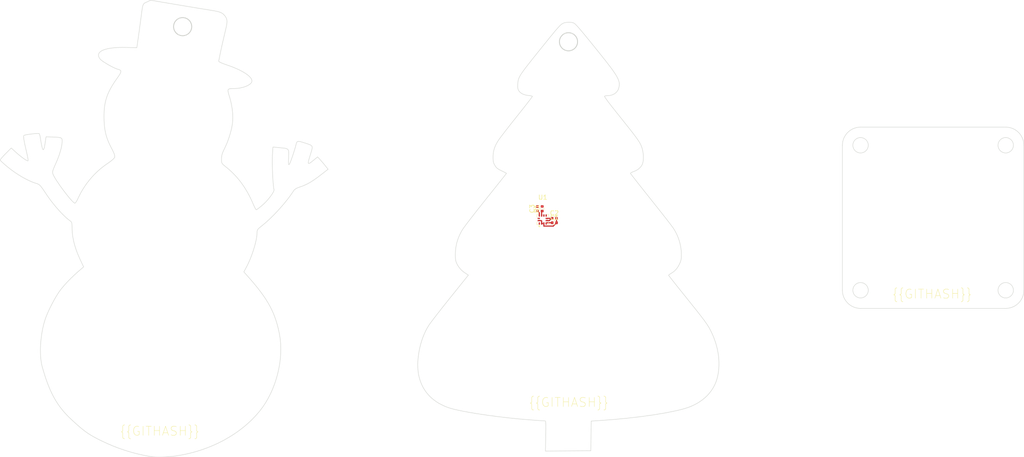
<source format=kicad_pcb>
(kicad_pcb (version 20221018) (generator pcbnew)
  (layers (0 "F.Cu" signal) (31 "B.Cu" signal) (34 "B.Paste" user) (35 "F.Paste" user) (36 "B.SilkS" user "B.Silkscreen") (37 "F.SilkS" user "F.Silkscreen") (38 "B.Mask" user) (39 "F.Mask" user) (44 "Edge.Cuts" user))
  (net 0 "")
  (net 1 "miso")
  (net 2 "gnd")
  (net 3 "mosi")
  (net 4 "vcc")
  (net 5 "drdy")
  (net 6 "int")
  (net 7 "c1")
  (net 8 "sck")
  (footprint "lib:C0402" (layer "F.Cu") (at 158.119834 98.890297)
    (fp_text reference "C1" (at 0 -1.16) (layer "F.SilkS"))
    (fp_text value "Multilayer Ceramic Capacitors MLCC - SMD/SMT 100nF 10V 0402 RoHS")
    (fp_line (start -0.107836 -0.36) (end 0.107836 -0.36) (stroke (width 0.12)) (layer "F.SilkS"))
    (fp_line (start -0.107836 0.36) (end 0.107836 0.36) (stroke (width 0.12)) (layer "F.SilkS"))
    (pad "1" smd roundrect (at -0.48 0) (size 0.56 0.62) (layers "F.Cu" "F.Paste" "F.Mask") (net 7 "c1"))
    (pad "2" smd roundrect (at 0.48 0) (size 0.56 0.62) (layers "F.Cu" "F.Paste" "F.Mask") (net 2 "gnd"))
  )
  (footprint "lib:C0402" (layer "F.Cu") (at 154.374943 95.790494 90)
    (fp_text reference "C3" (at 0 -1.16 90) (layer "F.SilkS"))
    (fp_text value "Multilayer Ceramic Capacitors MLCC - SMD/SMT 100nF 10V 0402 RoHS")
    (fp_line (start -0.107836 -0.36) (end 0.107836 -0.36) (stroke (width 0.12)) (layer "F.SilkS"))
    (fp_line (start -0.107836 0.36) (end 0.107836 0.36) (stroke (width 0.12)) (layer "F.SilkS"))
    (pad "1" smd roundrect (at -0.48 0 90) (size 0.56 0.62) (layers "F.Cu" "F.Paste" "F.Mask") (net 4 "vcc"))
    (pad "2" smd roundrect (at 0.48 0 90) (size 0.56 0.62) (layers "F.Cu" "F.Paste" "F.Mask") (net 2 "gnd"))
  )
  (footprint "lib:LGA-12_L2.0-W2.0-P0.50-BL" (layer "F.Cu") (at 155.555 98.175)
    (fp_text reference "U1" (at 0 -4.88) (layer "F.SilkS"))
    (fp_text value "")
    (fp_line (start -1.27 -1.14) (end -1.27 -0.51) (stroke (width 0.1)) (layer "F.SilkS"))
    (fp_line (start -1.27 0.51) (end -1.27 1.14) (stroke (width 0.1)) (layer "F.SilkS"))
    (fp_line (start -1.27 1.14) (end -1.04 1.14) (stroke (width 0.1)) (layer "F.SilkS"))
    (fp_line (start -1.01 -1.14) (end -1.27 -1.14) (stroke (width 0.1)) (layer "F.SilkS"))
    (fp_line (start 1.02 -1.14) (end 1.27 -1.14) (stroke (width 0.1)) (layer "F.SilkS"))
    (fp_line (start 1.27 -1.14) (end 1.27 -0.51) (stroke (width 0.1)) (layer "F.SilkS"))
    (fp_line (start 1.27 0.51) (end 1.27 1.14) (stroke (width 0.1)) (layer "F.SilkS"))
    (fp_line (start 1.27 1.14) (end 1.02 1.14) (stroke (width 0.1)) (layer "F.SilkS"))
    (fp_circle (center -0.75 1.46) (end -0.68 1.46) (stroke (width 0.15)) (fill none) (layer "F.SilkS"))
    (pad "1" smd rect (at -0.75 0.88) (size 0.28 0.5) (layers "F.Cu" "F.Paste" "F.Mask") (net 8 "sck"))
    (pad "2" smd rect (at -0.25 0.88) (size 0.28 0.5) (layers "F.Cu" "F.Paste" "F.Mask") (net 2 "gnd"))
    (pad "3" smd rect (at 0.25 0.88) (size 0.28 0.5) (layers "F.Cu" "F.Paste" "F.Mask") (net 2 "gnd"))
    (pad "4" smd rect (at 0.75 0.88) (size 0.28 0.5) (layers "F.Cu" "F.Paste" "F.Mask") (net 7 "c1"))
    (pad "5" smd rect (at 0.88 0.25) (size 0.5 0.28) (layers "F.Cu" "F.Paste" "F.Mask") (net 4 "vcc"))
    (pad "6" smd rect (at 0.88 -0.25) (size 0.5 0.28) (layers "F.Cu" "F.Paste" "F.Mask") (net 4 "vcc"))
    (pad "7" smd rect (at 0.75 -0.88) (size 0.28 0.5) (layers "F.Cu" "F.Paste" "F.Mask") (net 6 "int"))
    (pad "8" smd rect (at 0.25 -0.88) (size 0.28 0.5) (layers "F.Cu" "F.Paste" "F.Mask") (net 5 "drdy"))
    (pad "9" smd rect (at -0.25 -0.88) (size 0.28 0.5) (layers "F.Cu" "F.Paste" "F.Mask") (net 1 "miso"))
    (pad "10" smd rect (at -0.75 -0.88) (size 0.28 0.5) (layers "F.Cu" "F.Paste" "F.Mask") (net 4 "vcc"))
    (pad "11" smd rect (at -0.88 -0.25) (size 0.5 0.28) (layers "F.Cu" "F.Paste" "F.Mask") (net 3 "mosi"))
    (pad "12" smd rect (at -0.88 0.25) (size 0.5 0.28) (layers "F.Cu" "F.Paste" "F.Mask") (net 2 "gnd"))
  )
  (footprint "lib:C0402" (layer "F.Cu") (at 158.109735 97.910714)
    (fp_text reference "C2" (at 0 -1.16) (layer "F.SilkS"))
    (fp_text value "Multilayer Ceramic Capacitors MLCC - SMD/SMT 1uF 6.3V 0402 RoHS")
    (fp_line (start -0.107836 -0.36) (end 0.107836 -0.36) (stroke (width 0.12)) (layer "F.SilkS"))
    (fp_line (start -0.107836 0.36) (end 0.107836 0.36) (stroke (width 0.12)) (layer "F.SilkS"))
    (pad "1" smd roundrect (at -0.48 0) (size 0.56 0.62) (layers "F.Cu" "F.Paste" "F.Mask") (net 4 "vcc"))
    (pad "2" smd roundrect (at 0.48 0) (size 0.56 0.62) (layers "F.Cu" "F.Paste" "F.Mask") (net 2 "gnd"))
  )
  (footprint "lib:R0402" (layer "F.Cu") (at 155.425503 95.795481 90)
    (fp_text reference "R1" (at 0 -1.17 90) (layer "F.SilkS"))
    (fp_text value "Chip Resistor - Surface Mount 1.1KOhms ±5% 1/16W 0402 RoHS")
    (fp_line (start -0.153641 -0.38) (end 0.153641 -0.38) (stroke (width 0.12)) (layer "F.SilkS"))
    (fp_line (start -0.153641 0.38) (end 0.153641 0.38) (stroke (width 0.12)) (layer "F.SilkS"))
    (pad "1" smd roundrect (at -0.51 0 90) (size 0.54 0.64) (layers "F.Cu" "F.Paste" "F.Mask") (net 1 "miso"))
    (pad "2" smd roundrect (at 0.51 0 90) (size 0.54 0.64) (layers "F.Cu" "F.Paste" "F.Mask") (net 2 "gnd"))
  )
  (gr_circle (center 225.62 81.79) (end 227.32 81.79) (stroke (width 0.1)) (fill none) (layer "Edge.Cuts"))
  (gr_circle (center 257.62 113.79) (end 259.32 113.79) (stroke (width 0.1)) (fill none) (layer "Edge.Cuts"))
  (gr_circle (center 257.62 81.79) (end 259.32 81.79) (stroke (width 0.1)) (fill none) (layer "Edge.Cuts"))
  (gr_poly (pts (xy 75.142222 50.797022) (xy 79.756606 51.568267) (xy 82.366969 51.99203) (xy 83.019066 52.095762) (xy 83.303876 52.146979) (xy 83.563537 52.198618) (xy 83.799806 52.251323) (xy 84.01444 52.305736) (xy 84.209196 52.362498) (xy 84.385831 52.422252) (xy 84.546102 52.485641) (xy 84.691766 52.553306) (xy 84.824581 52.62589) (xy 84.946303 52.704035) (xy 85.05869 52.788383) (xy 85.163499 52.879577) (xy 85.262486 52.978258) (xy 85.357409 53.08507) (xy 85.479286 53.234958) (xy 85.586233 53.378736) (xy 85.634185 53.44915) (xy 85.678498 53.519015) (xy 85.719202 53.588656) (xy 85.75633 53.658402) (xy 85.789911 53.728576) (xy 85.819976 53.799506) (xy 85.846558 53.871517) (xy 85.869686 53.944936) (xy 85.889392 54.020089) (xy 85.905707 54.097301) (xy 85.918662 54.176899) (xy 85.928287 54.259209) (xy 85.934615 54.344557) (xy 85.937675 54.433269) (xy 85.937499 54.525672) (xy 85.934119 54.62209) (xy 85.927564 54.722851) (xy 85.917866 54.82828) (xy 85.889166 55.054449) (xy 85.848266 55.303204) (xy 85.795414 55.577155) (xy 85.730859 55.878909) (xy 85.654849 56.211077) (xy 84.878546 59.55341) (xy 84.657875 60.550977) (xy 84.450892 61.532488) (xy 84.331406 62.116419) (xy 84.229648 62.629765) (xy 84.15639 63.017063) (xy 84.122409 63.222849) (xy 84.123062 63.236814) (xy 84.127967 63.251873) (xy 84.137065 63.268001) (xy 84.150302 63.285171) (xy 84.167619 63.303357) (xy 84.188962 63.322534) (xy 84.214273 63.342674) (xy 84.243497 63.363751) (xy 84.313454 63.408613) (xy 84.398381 63.456909) (xy 84.497828 63.50843) (xy 84.611342 63.562966) (xy 84.738473 63.620306) (xy 84.878767 63.680241) (xy 85.031775 63.742561) (xy 85.197043 63.807056) (xy 85.374121 63.873515) (xy 85.562558 63.94173) (xy 85.7619 64.011489) (xy 85.971698 64.082583) (xy 86.585981 64.296029) (xy 87.172975 64.516947) (xy 87.730729 64.744054) (xy 88.257293 64.976069) (xy 88.75072 65.211708) (xy 89.209058 65.449689) (xy 89.63036 65.68873) (xy 90.012676 65.927548) (xy 90.354056 66.16486) (xy 90.652552 66.399385) (xy 90.906214 66.629839) (xy 91.113092 66.85494) (xy 91.271238 67.073405) (xy 91.378702 67.283953) (xy 91.412819 67.385857) (xy 91.433535 67.485301) (xy 91.440605 67.582123) (xy 91.433787 67.676165) (xy 91.41712 67.753004) (xy 91.390362 67.829368) (xy 91.35383 67.905131) (xy 91.307839 67.980165) (xy 91.252707 68.054343) (xy 91.188749 68.12754) (xy 91.116281 68.199626) (xy 91.03562 68.270477) (xy 90.947082 68.339964) (xy 90.850984 68.407961) (xy 90.747641 68.47434) (xy 90.637371 68.538975) (xy 90.520488 68.601739) (xy 90.39731 68.662505) (xy 90.268153 68.721145) (xy 90.133332 68.777534) (xy 89.993165 68.831543) (xy 89.847967 68.883047) (xy 89.543745 68.978027) (xy 89.223197 69.06146) (xy 88.888852 69.132329) (xy 88.54324 69.189618) (xy 88.188892 69.232313) (xy 88.009232 69.24787) (xy 87.828337 69.259397) (xy 87.646523 69.266767) (xy 87.464106 69.269854) (xy 87.202959 69.272042) (xy 86.97453 69.277492) (xy 86.777472 69.288473) (xy 86.690288 69.296746) (xy 86.610443 69.307253) (xy 86.537768 69.320276) (xy 86.472096 69.3361) (xy 86.413258 69.355009) (xy 86.361087 69.377285) (xy 86.315414 69.403211) (xy 86.276071 69.433073) (xy 86.24289 69.467154) (xy 86.215703 69.505736) (xy 86.194342 69.549103) (xy 86.178638 69.59754) (xy 86.168424 69.65133) (xy 86.163532 69.710755) (xy 86.163793 69.776101) (xy 86.169039 69.847649) (xy 86.179102 69.925685) (xy 86.193814 70.010491) (xy 86.236514 70.20155) (xy 86.295792 70.423093) (xy 86.370304 70.677389) (xy 86.458705 70.966708) (xy 86.582128 71.384478) (xy 86.694998 71.803093) (xy 86.797211 72.221567) (xy 86.888665 72.638919) (xy 86.969257 73.054166) (xy 87.038885 73.466323) (xy 87.097447 73.874409) (xy 87.144838 74.277439) (xy 87.180958 74.674432) (xy 87.205702 75.064404) (xy 87.21897 75.446371) (xy 87.220657 75.819352) (xy 87.210662 76.182361) (xy 87.188881 76.534418) (xy 87.155212 76.874538) (xy 87.109553 77.201739) (xy 86.986123 77.871628) (xy 86.830027 78.558912) (xy 86.643845 79.255662) (xy 86.430157 79.953949) (xy 86.19154 80.645848) (xy 85.930575 81.323429) (xy 85.649841 81.978766) (xy 85.351916 82.60393) (xy 85.189192 82.938586) (xy 85.118752 83.093315) (xy 85.055229 83.240939) (xy 84.998352 83.382431) (xy 84.947849 83.518761) (xy 84.903447 83.650903) (xy 84.864875 83.779828) (xy 84.831859 83.906506) (xy 84.804129 84.031911) (xy 84.781412 84.157013) (xy 84.763435 84.282785) (xy 84.749927 84.410197) (xy 84.740615 84.540223) (xy 84.735228 84.673833) (xy 84.733493 84.811999) (xy 84.736223 85.129082) (xy 84.741369 85.261496) (xy 84.750575 85.379459) (xy 84.764997 85.485194) (xy 84.774524 85.534172) (xy 84.785789 85.580928) (xy 84.798934 85.625739) (xy 84.814106 85.668884) (xy 84.831447 85.710641) (xy 84.851104 85.751288) (xy 84.873219 85.791103) (xy 84.897937 85.830364) (xy 84.925403 85.869349) (xy 84.955761 85.908337) (xy 84.989155 85.947605) (xy 85.02573 85.987432) (xy 85.109 86.069873) (xy 85.206725 86.157886) (xy 85.320061 86.253696) (xy 85.598185 86.477602) (xy 86.096863 86.886277) (xy 86.577755 87.306529) (xy 87.04138 87.739064) (xy 87.488258 88.184586) (xy 87.918909 88.6438) (xy 88.333852 89.117412) (xy 88.733607 89.606125) (xy 89.118694 90.110646) (xy 89.489632 90.631678) (xy 89.846941 91.169927) (xy 90.19114 91.726098) (xy 90.52275 92.300895) (xy 90.84229 92.895024) (xy 91.150279 93.509189) (xy 91.447237 94.144095) (xy 91.733683 94.800448) (xy 91.84059 95.047283) (xy 91.945802 95.277558) (xy 92.046625 95.486234) (xy 92.140364 95.668271) (xy 92.224324 95.818627) (xy 92.295813 95.932265) (xy 92.326039 95.973739) (xy 92.352136 96.004143) (xy 92.373767 96.022848) (xy 92.382804 96.027616) (xy 92.390597 96.029223) (xy 92.399173 96.028006) (xy 92.410522 96.024397) (xy 92.441219 96.010237) (xy 92.482045 95.987221) (xy 92.53236 95.955824) (xy 92.591521 95.916524) (xy 92.658887 95.869798) (xy 92.815666 95.755976) (xy 92.997564 95.618173) (xy 93.199447 95.460204) (xy 93.416182 95.285885) (xy 93.642634 95.099032) (xy 93.891007 94.882848) (xy 94.141366 94.648628) (xy 94.390948 94.400061) (xy 94.636991 94.140836) (xy 94.87673 93.874641) (xy 95.107403 93.605164) (xy 95.326247 93.336095) (xy 95.530498 93.071122) (xy 95.717394 92.813933) (xy 95.884171 92.568218) (xy 96.028066 92.337665) (xy 96.146316 92.125962) (xy 96.236159 91.936798) (xy 96.294829 91.773863) (xy 96.311612 91.703383) (xy 96.319566 91.640844) (xy 96.318345 91.586706) (xy 96.307605 91.54143) (xy 96.264441 91.378418) (xy 96.221593 91.121805) (xy 96.138989 90.373142) (xy 96.064068 89.386161) (xy 96.001109 88.251583) (xy 95.954389 87.060129) (xy 95.928186 85.902519) (xy 95.926777 84.869474) (xy 95.95444 84.051714) (xy 96.07471 82.177477) (xy 97.36716 82.304781) (xy 98.13507 82.379263) (xy 98.441266 82.413109) (xy 98.700599 82.449744) (xy 98.916803 82.492956) (xy 99.009898 82.518212) (xy 99.09361 82.546534) (xy 99.168406 82.578395) (xy 99.234753 82.614268) (xy 99.293117 82.654627) (xy 99.343964 82.699946) (xy 99.387763 82.750698) (xy 99.424978 82.807357) (xy 99.456076 82.870396) (xy 99.481525 82.94029) (xy 99.501791 83.017511) (xy 99.51734 83.102533) (xy 99.536155 83.297877) (xy 99.541702 83.530109) (xy 99.537716 83.803018) (xy 99.51607 84.486025) (xy 99.501811 85.019341) (xy 99.495778 85.429631) (xy 99.49953 85.727933) (xy 99.505563 85.838537) (xy 99.514626 85.925284) (xy 99.526915 85.989553) (xy 99.542625 86.032723) (xy 99.551823 86.046828) (xy 99.56195 86.056175) (xy 99.573029 86.060938) (xy 99.585085 86.061289) (xy 99.612224 86.049443) (xy 99.643564 86.022019) (xy 99.679299 85.980395) (xy 99.719623 85.925951) (xy 99.770963 85.835961) (xy 99.83738 85.6921) (xy 100.00736 85.267042) (xy 100.213404 84.699332) (xy 100.439353 84.037526) (xy 100.669049 83.330178) (xy 100.886332 82.625845) (xy 101.075044 81.973082) (xy 101.219027 81.420443) (xy 101.232451 81.367288) (xy 101.246658 81.317349) (xy 101.261814 81.270604) (xy 101.278084 81.227032) (xy 101.295634 81.186611) (xy 101.314631 81.149321) (xy 101.33524 81.115138) (xy 101.357628 81.084043) (xy 101.381959 81.056013) (xy 101.4084 81.031027) (xy 101.437117 81.009064) (xy 101.468275 80.990102) (xy 101.502041 80.974119) (xy 101.538581 80.961095) (xy 101.578059 80.951007) (xy 101.620643 80.943835) (xy 101.666497 80.939556) (xy 101.715788 80.938149) (xy 101.768682 80.939594) (xy 101.825345 80.943867) (xy 101.885942 80.950949) (xy 101.950639 80.960817) (xy 102.019603 80.97345) (xy 102.092998 80.988826) (xy 102.170992 81.006924) (xy 102.253749 81.027723) (xy 102.434219 81.077337) (xy 102.635734 81.137495) (xy 102.859622 81.208025) (xy 103.581471 81.438726) (xy 103.868146 81.535185) (xy 104.108644 81.625316) (xy 104.212356 81.669476) (xy 104.305459 81.713816) (xy 104.388264 81.758923) (xy 104.461082 81.805384) (xy 104.524226 81.853787) (xy 104.578006 81.904719) (xy 104.622735 81.958768) (xy 104.658725 82.01652) (xy 104.686285 82.078563) (xy 104.705729 82.145484) (xy 104.717368 82.217871) (xy 104.721513 82.296311) (xy 104.718476 82.381392) (xy 104.708568 82.4737) (xy 104.692102 82.573823) (xy 104.669388 82.682348) (xy 104.606464 82.926954) (xy 104.522289 83.212218) (xy 104.300158 83.92351) (xy 104.076968 84.658354) (xy 103.993442 84.95378) (xy 103.929762 85.203046) (xy 103.886777 85.407528) (xy 103.865337 85.568604) (xy 103.862962 85.633296) (xy 103.866292 85.687652) (xy 103.875434 85.731846) (xy 103.890492 85.766049) (xy 103.911574 85.790433) (xy 103.938786 85.805172) (xy 103.972234 85.810436) (xy 104.012025 85.806398) (xy 104.058263 85.79323) (xy 104.111056 85.771105) (xy 104.236732 85.700671) (xy 104.3899 85.596472) (xy 104.571411 85.459887) (xy 105.02286 85.095065) (xy 105.918216 84.355181) (xy 106.388476 84.86751) (xy 106.496975 84.987739) (xy 106.625318 85.133369) (xy 106.92254 85.478508) (xy 107.242155 85.858286) (xy 107.546176 86.22806) (xy 108.2336 87.076296) (xy 106.72333 88.254687) (xy 106.031007 88.783192) (xy 105.392025 89.245391) (xy 105.089314 89.453516) (xy 104.796071 89.647331) (xy 104.511007 89.827593) (xy 104.232833 89.995056) (xy 103.960259 90.150478) (xy 103.691998 90.294613) (xy 103.426759 90.428217) (xy 103.163254 90.552046) (xy 102.900193 90.666855) (xy 102.636288 90.773401) (xy 102.370249 90.872439) (xy 102.100787 90.964724) (xy 101.955978 91.013649) (xy 101.818902 91.062832) (xy 101.689432 91.112348) (xy 101.567439 91.162273) (xy 101.452795 91.212683) (xy 101.345371 91.263651) (xy 101.245039 91.315254) (xy 101.151671 91.367567) (xy 101.065138 91.420665) (xy 100.985313 91.474624) (xy 100.912065 91.529517) (xy 100.845269 91.585421) (xy 100.784794 91.642412) (xy 100.730512 91.700563) (xy 100.682296 91.759951) (xy 100.640017 91.82065) (xy 100.313962 92.312951) (xy 99.958065 92.82026) (xy 99.575318 93.339289) (xy 99.168711 93.866747) (xy 98.741234 94.399346) (xy 98.295878 94.933795) (xy 97.835635 95.466804) (xy 97.363494 95.995083) (xy 96.882446 96.515343) (xy 96.395482 97.024295) (xy 95.905593 97.518647) (xy 95.415769 97.995111) (xy 94.929002 98.450396) (xy 94.44828 98.881213) (xy 93.976596 99.284272) (xy 93.51694 99.656283) (xy 93.364132 99.777198) (xy 93.228349 99.887118) (xy 93.108601 99.987555) (xy 93.003899 100.080022) (xy 92.913256 100.166032) (xy 92.835682 100.247098) (xy 92.770188 100.324733) (xy 92.741662 100.362737) (xy 92.715786 100.40045) (xy 92.692435 100.438062) (xy 92.671487 100.475762) (xy 92.652817 100.513738) (xy 92.636302 100.552181) (xy 92.621819 100.591279) (xy 92.609244 100.631221) (xy 92.589322 100.714395) (xy 92.575548 100.803215) (xy 92.566934 100.899195) (xy 92.56249 101.003847) (xy 92.561229 101.118685) (xy 92.548214 101.459191) (xy 92.510172 101.840399) (xy 92.448603 102.257479) (xy 92.365007 102.705605) (xy 92.260885 103.179948) (xy 92.137739 103.675679) (xy 91.997068 104.187971) (xy 91.840373 104.711996) (xy 91.669155 105.242926) (xy 91.484915 105.775933) (xy 91.289154 106.306188) (xy 91.083372 106.828864) (xy 90.86907 107.339132) (xy 90.647749 107.832164) (xy 90.420909 108.303133) (xy 90.190051 108.74721) (xy 89.658061 109.729433) (xy 90.799319 111.025652) (xy 91.552256 111.894452) (xy 92.247519 112.726345) (xy 92.887901 113.52649) (xy 93.476195 114.300047) (xy 94.015193 115.052178) (xy 94.507688 115.788042) (xy 94.956473 116.5128) (xy 95.364341 117.231612) (xy 95.734083 117.949638) (xy 96.068493 118.672038) (xy 96.370364 119.403974) (xy 96.642488 120.150605) (xy 96.887657 120.917091) (xy 97.108665 121.708593) (xy 97.308304 122.530271) (xy 97.489367 123.387286) (xy 97.659586 124.435519) (xy 97.764545 125.512723) (xy 97.805707 126.613102) (xy 97.784533 127.73086) (xy 97.702485 128.860202) (xy 97.561026 129.995332) (xy 97.361618 131.130454) (xy 97.105722 132.259774) (xy 96.794801 133.377494) (xy 96.430316 134.47782) (xy 96.01373 135.554956) (xy 95.546505 136.603107) (xy 95.030102 137.616476) (xy 94.465984 138.589268) (xy 93.855613 139.515689) (xy 93.20045 140.389941) (xy 92.386005 141.350273) (xy 91.510226 142.273552) (xy 90.576227 143.158109) (xy 89.587122 144.002278) (xy 88.546024 144.80439) (xy 87.456048 145.562779) (xy 86.320308 146.275777) (xy 85.141916 146.941716) (xy 83.923988 147.558929) (xy 82.669636 148.125749) (xy 81.381976 148.640508) (xy 80.06412 149.101539) (xy 78.719182 149.507174) (xy 77.350277 149.855747) (xy 75.960518 150.145589) (xy 74.553019 150.375033) (xy 73.862872 150.459306) (xy 73.131633 150.525975) (xy 72.383923 150.574372) (xy 71.644361 150.603827) (xy 70.93757 150.613671) (xy 70.288169 150.603235) (xy 69.720779 150.57185) (xy 69.475532 150.548093) (xy 69.26002 150.518847) (xy 69.260051 150.518832) (xy 67.831835 150.262486) (xy 66.416949 149.953785) (xy 65.016193 149.592984) (xy 63.630368 149.180338) (xy 62.260274 148.716103) (xy 60.90671 148.200532) (xy 59.570477 147.633881) (xy 58.252375 147.016405) (xy 57.283074 146.528505) (xy 56.847829 146.298277) (xy 56.438641 146.072324) (xy 56.050351 145.846994) (xy 55.6778 145.618633) (xy 55.315827 145.383588) (xy 54.959273 145.138205) (xy 54.602979 144.87883) (xy 54.241783 144.601811) (xy 53.870528 144.303492) (xy 53.484054 143.980222) (xy 52.644807 143.244211) (xy 51.682765 142.36455) (xy 51.097036 141.804159) (xy 50.54538 141.238954) (xy 50.025658 140.665073) (xy 49.535731 140.078649) (xy 49.07346 139.475819) (xy 48.636705 138.852719) (xy 48.223328 138.205483) (xy 47.831189 137.530249) (xy 47.458149 136.823151) (xy 47.10207 136.080325) (xy 46.760812 135.297907) (xy 46.432236 134.472032) (xy 46.114202 133.598836) (xy 45.804573 132.674455) (xy 45.501208 131.695024) (xy 45.201968 130.656679) (xy 45.078569 130.147371) (xy 44.978794 129.594224) (xy 44.90231 129.00242) (xy 44.848785 128.377144) (xy 44.817886 127.723579) (xy 44.809281 127.046907) (xy 44.822637 126.352311) (xy 44.857621 125.644974) (xy 44.913901 124.93008) (xy 44.991145 124.212811) (xy 45.089019 123.498351) (xy 45.207191 122.791883) (xy 45.345328 122.098589) (xy 45.503099 121.423652) (xy 45.68017 120.772256) (xy 45.876208 120.149584) (xy 46.005143 119.787909) (xy 46.154924 119.401263) (xy 46.508073 118.570286) (xy 46.917749 117.69111) (xy 47.366047 116.79819) (xy 47.83506 115.92598) (xy 48.306883 115.108937) (xy 48.76361 114.381515) (xy 48.980717 114.062179) (xy 49.187335 113.77817) (xy 49.387433 113.519297) (xy 49.599256 113.255538) (xy 50.056372 112.715109) (xy 50.555279 112.160374) (xy 51.092575 111.594824) (xy 51.664855 111.021952) (xy 52.268718 110.445248) (xy 52.900758 109.868205) (xy 53.557574 109.294314) (xy 54.329783 108.634142) (xy 53.616031 107.110232) (xy 53.390001 106.6154) (xy 53.179365 106.128819) (xy 52.984012 105.650049) (xy 52.803829 105.178652) (xy 52.638704 104.71419) (xy 52.488525 104.256224) (xy 52.353181 103.804315) (xy 52.232559 103.358025) (xy 52.126547 102.916915) (xy 52.035034 102.480548) (xy 51.957906 102.048484) (xy 51.895053 101.620284) (xy 51.846363 101.195511) (xy 51.811722 100.773726) (xy 51.79102 100.35449) (xy 51.784144 99.937365) (xy 51.780657 99.620612) (xy 51.776007 99.482669) (xy 51.769161 99.357285) (xy 51.759927 99.243666) (xy 51.748111 99.141014) (xy 51.733519 99.048534) (xy 51.715958 98.96543) (xy 51.695233 98.890904) (xy 51.671153 98.824161) (xy 51.643523 98.764406) (xy 51.612149 98.71084) (xy 51.576839 98.662669) (xy 51.537399 98.619096) (xy 51.493635 98.579325) (xy 51.445353 98.542559) (xy 51.149902 98.324092) (xy 50.839064 98.073347) (xy 50.514896 97.792628) (xy 50.179453 97.484238) (xy 49.834791 97.150482) (xy 49.482966 96.793665) (xy 49.126033 96.41609) (xy 48.766047 96.020062) (xy 48.405065 95.607885) (xy 48.045142 95.181864) (xy 47.688333 94.744302) (xy 47.336694 94.297504) (xy 46.992281 93.843774) (xy 46.657149 93.385417) (xy 46.333354 92.924737) (xy 46.022952 92.464037) (xy 45.611719 91.844971) (xy 45.279782 91.362091) (xy 45.137757 91.165551) (xy 45.008606 90.995655) (xy 44.89001 90.849933) (xy 44.779654 90.725918) (xy 44.675221 90.621143) (xy 44.574392 90.533138) (xy 44.474852 90.459437) (xy 44.374284 90.397571) (xy 44.27037 90.345073) (xy 44.160793 90.299474) (xy 44.043237 90.258307) (xy 43.915385 90.219103) (xy 43.593888 90.117525) (xy 43.255864 89.996009) (xy 42.903268 89.855657) (xy 42.538058 89.697573) (xy 42.162189 89.522858) (xy 41.777618 89.332616) (xy 41.386301 89.127951) (xy 40.990194 88.909964) (xy 40.591254 88.679759) (xy 40.191438 88.438438) (xy 39.792701 88.187105) (xy 39.396999 87.926862) (xy 39.00629 87.658812) (xy 38.622529 87.384058) (xy 38.247673 87.103703) (xy 37.883677 86.81885) (xy 37.49456 86.502783) (xy 37.131548 86.199554) (xy 36.802586 85.916398) (xy 36.515619 85.660548) (xy 36.278593 85.439239) (xy 36.099452 85.259705) (xy 36.034071 85.187865) (xy 35.986141 85.129182) (xy 35.956654 85.08456) (xy 35.946605 85.054903) (xy 35.948192 85.042433) (xy 35.952903 85.026953) (xy 35.971384 84.987332) (xy 36.001425 84.936776) (xy 36.042403 84.876021) (xy 36.093695 84.805804) (xy 36.154681 84.726859) (xy 36.224736 84.639924) (xy 36.303239 84.545735) (xy 36.389567 84.445026) (xy 36.483097 84.338536) (xy 36.689276 84.11115) (xy 36.916796 83.869466) (xy 37.037003 83.745102) (xy 37.160678 83.619372) (xy 38.374759 82.395922) (xy 39.365809 83.301684) (xy 39.814301 83.698656) (xy 40.266196 84.075272) (xy 40.704205 84.419302) (xy 41.111041 84.718514) (xy 41.469414 84.960676) (xy 41.625024 85.056541) (xy 41.762035 85.133557) (xy 41.878286 85.190195) (xy 41.971615 85.224926) (xy 42.039863 85.236222) (xy 42.063905 85.232603) (xy 42.080867 85.222552) (xy 42.085566 85.215268) (xy 42.089233 85.203934) (xy 42.093537 85.169549) (xy 42.093921 85.120268) (xy 42.090523 85.056964) (xy 42.083485 84.98051) (xy 42.072948 84.891778) (xy 42.059051 84.79164) (xy 42.041937 84.68097) (xy 41.998614 84.43152) (xy 41.944105 84.150408) (xy 41.879534 83.844615) (xy 41.806025 83.52112) (xy 41.578977 82.541169) (xy 41.399614 81.732306) (xy 41.265507 81.079136) (xy 41.174225 80.56626) (xy 41.123338 80.17828) (xy 41.112283 80.026315) (xy 41.110416 79.899799) (xy 41.117432 79.796809) (xy 41.133029 79.71542) (xy 41.156901 79.653706) (xy 41.188746 79.609743) (xy 41.213078 79.592846) (xy 41.252556 79.575085) (xy 41.372962 79.537437) (xy 41.541984 79.497733) (xy 41.751641 79.456905) (xy 42.26094 79.37561) (xy 42.837013 79.301016) (xy 43.416018 79.240586) (xy 43.934111 79.201782) (xy 44.150364 79.192822) (xy 44.327447 79.192067) (xy 44.45738 79.20045) (xy 44.532183 79.218905) (xy 44.538527 79.223215) (xy 44.545097 79.229471) (xy 44.551878 79.23762) (xy 44.558855 79.247608) (xy 44.573336 79.272888) (xy 44.588416 79.304879) (xy 44.603974 79.343154) (xy 44.619887 79.387282) (xy 44.636031 79.436835) (xy 44.652284 79.491383) (xy 44.668525 79.550496) (xy 44.684629 79.613746) (xy 44.700475 79.680703) (xy 44.715939 79.750937) (xy 44.7309 79.82402) (xy 44.745234 79.899521) (xy 44.75882 79.977012) (xy 44.771533 80.056063) (xy 44.946351 81.130774) (xy 45.025944 81.564983) (xy 45.101061 81.931234) (xy 45.172253 82.230134) (xy 45.24007 82.462288) (xy 45.305063 82.628302) (xy 45.336673 82.686696) (xy 45.367783 82.728781) (xy 45.398463 82.754634) (xy 45.428781 82.764331) (xy 45.458807 82.757947) (xy 45.488608 82.735557) (xy 45.518254 82.697238) (xy 45.547814 82.643066) (xy 45.606951 82.487462) (xy 45.666568 82.269351) (xy 45.727218 81.98934) (xy 45.78945 81.648032) (xy 45.853816 81.246035) (xy 46.055377 79.918581) (xy 47.417926 79.96628) (xy 48.109143 79.993687) (xy 48.392021 80.009194) (xy 48.636741 80.027435) (xy 48.846051 80.049559) (xy 49.022696 80.076715) (xy 49.169424 80.110051) (xy 49.288982 80.150717) (xy 49.339431 80.174158) (xy 49.384117 80.199861) (xy 49.423385 80.227972) (xy 49.457577 80.258632) (xy 49.487036 80.291987) (xy 49.512107 80.32818) (xy 49.533132 80.367353) (xy 49.550455 80.409652) (xy 49.575367 80.504197) (xy 49.589592 80.612965) (xy 49.595876 80.737105) (xy 49.596965 80.877764) (xy 49.590289 81.099803) (xy 49.571905 81.336737) (xy 49.542029 81.587807) (xy 49.500879 81.852253) (xy 49.448672 82.129318) (xy 49.385623 82.418243) (xy 49.311951 82.718269) (xy 49.227873 83.028637) (xy 49.133604 83.34859) (xy 49.029362 83.677367) (xy 48.915364 84.014212) (xy 48.791827 84.358364) (xy 48.658967 84.709065) (xy 48.517002 85.065558) (xy 48.366148 85.427082) (xy 48.206622 85.792879) (xy 47.949769 86.374791) (xy 47.755997 86.832451) (xy 47.68104 87.021721) (xy 47.619784 87.188367) (xy 47.571537 87.335205) (xy 47.535609 87.465048) (xy 47.511311 87.580709) (xy 47.497952 87.685002) (xy 47.494842 87.78074) (xy 47.501291 87.870737) (xy 47.516609 87.957807) (xy 47.540106 88.044763) (xy 47.571091 88.134418) (xy 47.608874 88.229586) (xy 47.761079 88.551834) (xy 47.975096 88.939463) (xy 48.241913 89.380584) (xy 48.55252 89.863307) (xy 49.269066 90.905997) (xy 50.052651 91.972411) (xy 50.831193 92.967426) (xy 51.196047 93.408433) (xy 51.532609 93.795921) (xy 51.831869 94.117998) (xy 52.084818 94.362774) (xy 52.282443 94.518359) (xy 52.357694 94.558989) (xy 52.415736 94.572863) (xy 52.426811 94.571375) (xy 52.439084 94.56696) (xy 52.452509 94.559691) (xy 52.467041 94.549641) (xy 52.482633 94.536883) (xy 52.499239 94.521489) (xy 52.516813 94.503532) (xy 52.535309 94.483086) (xy 52.574881 94.435018) (xy 52.617586 94.377866) (xy 52.663055 94.312214) (xy 52.710918 94.238646) (xy 52.760808 94.157745) (xy 52.812354 94.070093) (xy 52.865187 93.976276) (xy 52.918939 93.876875) (xy 52.97324 93.772474) (xy 53.02772 93.663657) (xy 53.082012 93.551007) (xy 53.135745 93.435107) (xy 53.405424 92.869327) (xy 53.69623 92.311615) (xy 54.007442 91.76282) (xy 54.338342 91.223792) (xy 54.688208 90.695381) (xy 55.05632 90.178436) (xy 55.441958 89.673808) (xy 55.844402 89.182347) (xy 56.262932 88.704901) (xy 56.696828 88.242322) (xy 57.145369 87.795459) (xy 57.607836 87.365163) (xy 58.083508 86.952281) (xy 58.571665 86.557666) (xy 59.071586 86.182166) (xy 59.582553 85.826632) (xy 59.914962 85.598282) (xy 60.214172 85.3804) (xy 60.477869 85.17504) (xy 60.595674 85.077698) (xy 60.703732 84.984257) (xy 60.801753 84.894974) (xy 60.889447 84.810106) (xy 60.966524 84.72991) (xy 61.032694 84.654642) (xy 61.087669 84.584559) (xy 61.131158 84.519919) (xy 61.162872 84.460977) (xy 61.182521 84.407992) (xy 61.189444 84.378526) (xy 61.194656 84.347449) (xy 61.198136 84.314702) (xy 61.199864 84.280227) (xy 61.197977 84.205863) (xy 61.188829 84.123892) (xy 61.172254 84.033852) (xy 61.148084 83.935279) (xy 61.116154 83.82771) (xy 61.076297 83.71068) (xy 61.028345 83.583727) (xy 60.972134 83.446388) (xy 60.907495 83.298197) (xy 60.834263 83.138693) (xy 60.75227 82.967412) (xy 60.661351 82.783889) (xy 60.561339 82.587662) (xy 60.452067 82.378268) (xy 60.237971 81.961359) (xy 60.041673 81.555601) (xy 59.862568 81.158484) (xy 59.700049 80.767498) (xy 59.553508 80.380135) (xy 59.422339 79.993885) (xy 59.305935 79.60624) (xy 59.203689 79.21469) (xy 59.114995 78.816725) (xy 59.039245 78.409838) (xy 58.975833 77.991518) (xy 58.924151 77.559256) (xy 58.883594 77.110544) (xy 58.853553 76.642872) (xy 58.833423 76.153731) (xy 58.822596 75.640612) (xy 58.82378 75.019765) (xy 58.843433 74.425285) (xy 58.882591 73.854032) (xy 58.942291 73.302869) (xy 59.023569 72.768658) (xy 59.127459 72.248262) (xy 59.255 71.738542) (xy 59.407225 71.236361) (xy 59.585172 70.73858) (xy 59.789877 70.242062) (xy 60.022374 69.743669) (xy 60.283701 69.240263) (xy 60.574893 68.728705) (xy 60.896986 68.205859) (xy 61.251015 67.668586) (xy 61.638018 67.113749) (xy 61.84244 66.825076) (xy 62.020375 66.566593) (xy 62.17201 66.336298) (xy 62.29753 66.132187) (xy 62.397121 65.95226) (xy 62.470968 65.794512) (xy 62.498296 65.72333) (xy 62.519258 65.656942) (xy 62.533877 65.595098) (xy 62.542176 65.537547) (xy 62.544179 65.484039) (xy 62.539908 65.434323) (xy 62.529387 65.388151) (xy 62.512639 65.34527) (xy 62.489688 65.305431) (xy 62.460556 65.268384) (xy 62.425267 65.233878) (xy 62.383844 65.201662) (xy 62.33631 65.171487) (xy 62.282689 65.143103) (xy 62.157276 65.090703) (xy 62.007792 65.042459) (xy 61.834422 64.996371) (xy 61.657986 64.943069) (xy 61.445562 64.862593) (xy 61.203024 64.758325) (xy 60.93625 64.633653) (xy 60.353499 64.336631) (xy 59.744319 63.998608) (xy 59.155721 63.646664) (xy 58.634716 63.307879) (xy 58.414252 63.151884) (xy 58.228316 63.009334) (xy 58.082783 62.883614) (xy 57.983531 62.778109) (xy 57.869943 62.622242) (xy 57.777351 62.470362) (xy 57.705558 62.322559) (xy 57.654369 62.178917) (xy 57.623588 62.039526) (xy 57.613018 61.904471) (xy 57.622463 61.773839) (xy 57.651728 61.647718) (xy 57.700616 61.526195) (xy 57.768931 61.409356) (xy 57.856477 61.297289) (xy 57.963058 61.190081) (xy 58.088479 61.087819) (xy 58.232542 60.99059) (xy 58.395052 60.89848) (xy 58.575812 60.811578) (xy 58.774627 60.72997) (xy 58.991301 60.653743) (xy 59.225638 60.582984) (xy 59.477441 60.51778) (xy 59.746514 60.458218) (xy 60.032661 60.404385) (xy 60.335687 60.356369) (xy 60.655395 60.314256) (xy 60.991589 60.278134) (xy 61.344073 60.248089) (xy 61.712651 60.224208) (xy 62.097127 60.20658) (xy 62.497305 60.195289) (xy 62.912988 60.190424) (xy 63.343981 60.192072) (xy 63.790088 60.20032) (xy 66.056857 60.258219) (xy 66.273486 58.80189) (xy 66.542465 56.891029) (xy 66.884944 54.341891) (xy 67.190183 52.053843) (xy 67.248082 51.679802) (xy 67.303557 51.37005) (xy 67.359078 51.117137) (xy 67.417116 50.913616) (xy 67.48014 50.752035) (xy 67.55062 50.624945) (xy 67.631027 50.524898) (xy 67.72383 50.444442) (xy 67.831501 50.37613) (xy 67.956508 50.312512) (xy 68.268412 50.169558) (xy 69.100734 49.778315)) (stroke (width 0.1)) (fill none) (layer "Edge.Cuts"))
  (gr_arc (start 261.62 113.79) (mid 260.448427 116.618427) (end 257.62 117.79) (stroke (width 0.1)) (layer "Edge.Cuts"))
  (gr_arc (start 225.62 117.79) (mid 222.791573 116.618427) (end 221.62 113.79) (stroke (width 0.1)) (layer "Edge.Cuts"))
  (gr_line (start 261.62 113.79) (end 261.62 81.79) (stroke (width 0.1)) (layer "Edge.Cuts"))
  (gr_circle (center 161.229974 58.946031) (end 163.229974 58.946031) (stroke (width 0.2)) (fill none) (layer "Edge.Cuts"))
  (gr_line (start 221.62 81.79) (end 221.62 113.79) (stroke (width 0.1)) (layer "Edge.Cuts"))
  (gr_arc (start 257.62 77.79) (mid 260.448427 78.961573) (end 261.62 81.79) (stroke (width 0.1)) (layer "Edge.Cuts"))
  (gr_poly (pts (xy 161.429183 54.643361) (xy 161.588699 54.648976) (xy 161.743405 54.660128) (xy 161.8913 54.67685) (xy 162.030385 54.699174) (xy 162.158659 54.727132) (xy 162.274122 54.760758) (xy 162.374774 54.800082) (xy 162.418214 54.822065) (xy 162.465501 54.850416) (xy 162.517128 54.885713) (xy 162.573587 54.928531) (xy 162.702967 55.039035) (xy 162.857578 55.186538) (xy 163.041357 55.37565) (xy 163.258241 55.610981) (xy 163.512165 55.897139) (xy 163.807067 56.238735) (xy 164.146884 56.640378) (xy 164.53555 57.106678) (xy 164.977005 57.642244) (xy 165.475183 58.251687) (xy 166.657456 59.710639) (xy 168.113864 61.520411) (xy 169.490282 63.25197) (xy 170.562092 64.650979) (xy 170.993296 65.243203) (xy 171.359779 65.7732) (xy 171.665351 66.247941) (xy 171.913823 66.674396) (xy 172.109006 67.059535) (xy 172.254708 67.41033) (xy 172.354741 67.733749) (xy 172.412915 68.036764) (xy 172.433041 68.326344) (xy 172.418927 68.609461) (xy 172.374385 68.893084) (xy 172.303226 69.184183) (xy 172.274597 69.278158) (xy 172.242 69.369887) (xy 172.205507 69.459324) (xy 172.165188 69.546423) (xy 172.121114 69.631137) (xy 172.073357 69.713419) (xy 172.021987 69.793223) (xy 171.967076 69.870502) (xy 171.908694 69.945208) (xy 171.846914 70.017296) (xy 171.781806 70.08672) (xy 171.71344 70.153431) (xy 171.641889 70.217383) (xy 171.567223 70.278531) (xy 171.489513 70.336826) (xy 171.408831 70.392223) (xy 171.325247 70.444674) (xy 171.238833 70.494134) (xy 171.14966 70.540554) (xy 171.057799 70.58389) (xy 170.96332 70.624093) (xy 170.866295 70.661118) (xy 170.766796 70.694917) (xy 170.664893 70.725444) (xy 170.560657 70.752652) (xy 170.45416 70.776495) (xy 170.345472 70.796926) (xy 170.234664 70.813898) (xy 170.121809 70.827364) (xy 170.006976 70.837278) (xy 169.890237 70.843593) (xy 169.771663 70.846262) (xy 169.726607 70.847177) (xy 169.681188 70.849133) (xy 169.590479 70.855957) (xy 169.501974 70.8663) (xy 169.418107 70.879728) (xy 169.378675 70.887463) (xy 169.341315 70.895806) (xy 169.306334 70.904703) (xy 169.274034 70.9141) (xy 169.244721 70.923942) (xy 169.218699 70.934176) (xy 169.196272 70.944746) (xy 169.177745 70.955599) (xy 169.171643 70.965792) (xy 169.172154 70.983757) (xy 169.17922 71.009417) (xy 169.192785 71.042693) (xy 169.239181 71.131786) (xy 169.310885 71.250417) (xy 169.407439 71.397965) (xy 169.528385 71.573811) (xy 169.673265 71.777334) (xy 169.841623 72.007915) (xy 170.246938 72.547768) (xy 170.740668 73.18841) (xy 171.319154 73.924882) (xy 171.978732 74.752222) (xy 174.641332 78.093405) (xy 175.537111 79.246786) (xy 176.200008 80.134787) (xy 176.673118 80.816979) (xy 176.99954 81.352933) (xy 177.222371 81.802218) (xy 177.384708 82.224406) (xy 177.462833 82.472098) (xy 177.531331 82.72855) (xy 177.59016 82.991701) (xy 177.639284 83.259489) (xy 177.678662 83.529854) (xy 177.708257 83.800735) (xy 177.728028 84.070071) (xy 177.737937 84.335802) (xy 177.737946 84.595867) (xy 177.728014 84.848205) (xy 177.708104 85.090755) (xy 177.678176 85.321456) (xy 177.638191 85.538248) (xy 177.588111 85.739069) (xy 177.527896 85.92186) (xy 177.457507 86.084559) (xy 177.391656 86.207668) (xy 177.318059 86.327563) (xy 177.236853 86.444134) (xy 177.148173 86.557272) (xy 177.052156 86.666869) (xy 176.948938 86.772814) (xy 176.838657 86.874999) (xy 176.721448 86.973315) (xy 176.597448 87.067652) (xy 176.466794 87.157903) (xy 176.32962 87.243956) (xy 176.186065 87.325705) (xy 176.036265 87.403039) (xy 175.880355 87.475849) (xy 175.718473 87.544027) (xy 175.550754 87.607462) (xy 175.482045 87.632835) (xy 175.415483 87.658969) (xy 175.351405 87.685667) (xy 175.290146 87.712731) (xy 175.23204 87.739963) (xy 175.177423 87.767164) (xy 175.126631 87.794136) (xy 175.079997 87.820681) (xy 175.037859 87.846601) (xy 175.00055 87.871698) (xy 174.968407 87.895773) (xy 174.941764 87.918629) (xy 174.920956 87.940066) (xy 174.90632 87.959888) (xy 174.898189 87.977896) (xy 174.896668 87.986157) (xy 174.8969 87.993891) (xy 174.922027 88.037315) (xy 174.991394 88.135797) (xy 175.25375 88.486297) (xy 176.209258 89.720013) (xy 177.617844 91.508896) (xy 179.333926 93.666804) (xy 181.092323 95.879526) (xy 182.616098 97.817656) (xy 183.742073 99.272256) (xy 184.307071 100.034388) (xy 184.515284 100.360502) (xy 184.7117 100.694247) (xy 184.896111 101.034954) (xy 185.068309 101.381957) (xy 185.228084 101.734588) (xy 185.375229 102.092181) (xy 185.509535 102.454068) (xy 185.630794 102.819582) (xy 185.738797 103.188056) (xy 185.833335 103.558822) (xy 185.914201 103.931214) (xy 185.981186 104.304563) (xy 186.034081 104.678204) (xy 186.072678 105.051468) (xy 186.096768 105.423689) (xy 186.106143 105.794199) (xy 186.105091 106.172735) (xy 186.095928 106.491761) (xy 186.087599 106.633067) (xy 186.076394 106.764426) (xy 186.062032 106.887483) (xy 186.044229 107.003882) (xy 186.022703 107.115265) (xy 185.997171 107.223277) (xy 185.967351 107.329562) (xy 185.932961 107.435763) (xy 185.893716 107.543524) (xy 185.849336 107.654488) (xy 185.744037 107.892603) (xy 185.654537 108.079442) (xy 185.563285 108.257402) (xy 185.469989 108.426825) (xy 185.374358 108.588053) (xy 185.276102 108.741425) (xy 185.174928 108.887283) (xy 185.070547 109.025968) (xy 184.962667 109.15782) (xy 184.850997 109.283181) (xy 184.735246 109.402392) (xy 184.615122 109.515794) (xy 184.490336 109.623727) (xy 184.360596 109.726532) (xy 184.22561 109.824551) (xy 184.085088 109.918125) (xy 183.938739 110.007593) (xy 183.810996 110.084401) (xy 183.691836 110.159793) (xy 183.583867 110.231854) (xy 183.489696 110.298666) (xy 183.41193 110.358313) (xy 183.380014 110.384851) (xy 183.353176 110.408878) (xy 183.331744 110.430155) (xy 183.316042 110.448443) (xy 183.306397 110.463502) (xy 183.303947 110.469746) (xy 183.303134 110.475092) (xy 183.318272 110.503511) (xy 183.362609 110.567965) (xy 183.532916 110.797359) (xy 183.802115 111.148045) (xy 184.158269 111.604794) (xy 185.08369 112.775559) (xy 186.213672 114.187815) (xy 189.362188 118.120691) (xy 190.402126 119.447898) (xy 191.169656 120.462983) (xy 191.727633 121.251467) (xy 192.13891 121.898876) (xy 192.466342 122.490732) (xy 192.772785 123.112559) (xy 193.051147 123.726705) (xy 193.303988 124.346147) (xy 193.531154 124.969731) (xy 193.732492 125.596305) (xy 193.907848 126.224716) (xy 194.05707 126.853811) (xy 194.180003 127.482437) (xy 194.276494 128.109442) (xy 194.346391 128.733673) (xy 194.389538 129.353977) (xy 194.405784 129.969202) (xy 194.394974 130.578194) (xy 194.356955 131.1798) (xy 194.291575 131.772869) (xy 194.198678 132.356247) (xy 194.078113 132.928782) (xy 193.929544 133.476781) (xy 193.74781 134.009233) (xy 193.533455 134.525547) (xy 193.287022 135.025131) (xy 193.009057 135.507395) (xy 192.700103 135.971748) (xy 192.360704 136.4176) (xy 191.991405 136.844359) (xy 191.592749 137.251434) (xy 191.165282 137.638235) (xy 190.709547 138.004171) (xy 190.226087 138.348651) (xy 189.715449 138.671084) (xy 189.178175 138.970879) (xy 188.61481 139.247446) (xy 188.025897 139.500193) (xy 187.387382 139.730873) (xy 186.62691 139.962173) (xy 185.752713 140.192844) (xy 184.773022 140.421641) (xy 182.530085 140.868622) (xy 179.96395 141.293139) (xy 177.140466 141.685214) (xy 174.125485 142.034872) (xy 170.984858 142.332135) (xy 167.784435 142.567026) (xy 166.231372 142.664027) (xy 166.19247 145.936793) (xy 166.153667 149.209559) (xy 161.14812 149.247553) (xy 156.142551 149.285548) (xy 156.211231 145.955256) (xy 156.23825 144.264273) (xy 156.238691 143.682086) (xy 156.22939 143.24944) (xy 156.209575 142.946836) (xy 156.195482 142.838207) (xy 156.178471 142.754778) (xy 156.158445 142.69411) (xy 156.135307 142.653767) (xy 156.108961 142.631312) (xy 156.079311 142.624308) (xy 155.214992 142.57575) (xy 153.588337 142.458798) (xy 151.746032 142.31468) (xy 150.23476 142.184626) (xy 147.951424 141.950142) (xy 145.645248 141.676286) (xy 143.382545 141.373503) (xy 141.229626 141.052239) (xy 139.252805 140.722941) (xy 137.518395 140.396054) (xy 136.092708 140.082025) (xy 135.042056 139.7913) (xy 134.381421 139.556594) (xy 133.752014 139.295735) (xy 133.153989 139.00888) (xy 132.587501 138.696185) (xy 132.052705 138.357807) (xy 131.549756 137.993902) (xy 131.078809 137.604627) (xy 130.64002 137.190138) (xy 130.233542 136.750592) (xy 129.859531 136.286146) (xy 129.518141 135.796955) (xy 129.209529 135.283176) (xy 128.933847 134.744967) (xy 128.691252 134.182482) (xy 128.481899 133.59588) (xy 128.305942 132.985316) (xy 128.169056 132.349397) (xy 128.072975 131.677754) (xy 128.016707 130.975694) (xy 127.999256 130.248525) (xy 128.019631 129.501555) (xy 128.076838 128.740093) (xy 128.169883 127.969445) (xy 128.297773 127.19492) (xy 128.459515 126.421826) (xy 128.654115 125.65547) (xy 128.880581 124.901161) (xy 129.137918 124.164206) (xy 129.425134 123.449914) (xy 129.741235 122.763591) (xy 130.085228 122.110547) (xy 130.456119 121.496088) (xy 130.678839 121.176405) (xy 131.044408 120.681658) (xy 131.533542 120.036727) (xy 132.126955 119.266491) (xy 133.549488 117.449628) (xy 135.157733 115.430109) (xy 139.156955 110.449519) (xy 138.361812 109.926661) (xy 138.191303 109.808793) (xy 138.024907 109.682349) (xy 137.863136 109.547997) (xy 137.706502 109.406407) (xy 137.555518 109.258246) (xy 137.410696 109.104183) (xy 137.27255 108.944887) (xy 137.141591 108.781027) (xy 137.018333 108.613271) (xy 136.903287 108.442289) (xy 136.796967 108.268748) (xy 136.699885 108.093317) (xy 136.612554 107.916666) (xy 136.535485 107.739462) (xy 136.469192 107.562375) (xy 136.414188 107.386072) (xy 136.393025 107.303561) (xy 136.373683 107.213821) (xy 136.356172 107.117074) (xy 136.340506 107.013541) (xy 136.326696 106.903442) (xy 136.314755 106.786999) (xy 136.296527 106.535963) (xy 136.28592 106.262201) (xy 136.28303 105.96748) (xy 136.287955 105.653567) (xy 136.300792 105.32223) (xy 136.322244 104.998512) (xy 136.354436 104.675622) (xy 136.397314 104.353731) (xy 136.450821 104.033012) (xy 136.514903 103.713637) (xy 136.589505 103.395777) (xy 136.67457 103.079605) (xy 136.770045 102.765293) (xy 136.875873 102.453014) (xy 136.991999 102.142939) (xy 137.118369 101.83524) (xy 137.254926 101.53009) (xy 137.401615 101.227661) (xy 137.558383 100.928125) (xy 137.725172 100.631653) (xy 137.901927 100.338419) (xy 138.126212 100.011097) (xy 138.51292 99.483877) (xy 139.040899 98.784161) (xy 139.688993 97.939352) (xy 141.260913 95.92407) (xy 143.059451 93.657252) (xy 146.236175 89.672407) (xy 147.202546 88.449633) (xy 147.557468 87.987986) (xy 147.556054 87.984938) (xy 147.551858 87.980582) (xy 147.535398 87.968089) (xy 147.508643 87.9508) (xy 147.472146 87.929003) (xy 147.372145 87.873051) (xy 147.239832 87.802557) (xy 147.079641 87.719846) (xy 146.896006 87.62724) (xy 146.693363 87.527063) (xy 146.476146 87.421641) (xy 146.164445 87.267635) (xy 146.029652 87.197126) (xy 145.907363 87.129704) (xy 145.796428 87.064435) (xy 145.695696 87.000386) (xy 145.604016 86.936623) (xy 145.520238 86.872216) (xy 145.443212 86.806229) (xy 145.371787 86.737731) (xy 145.304812 86.665788) (xy 145.241137 86.589467) (xy 145.179611 86.507836) (xy 145.119084 86.419962) (xy 145.058406 86.324911) (xy 144.996425 86.221751) (xy 144.936178 86.116882) (xy 144.882127 86.017884) (xy 144.833953 85.923336) (xy 144.791331 85.831816) (xy 144.753942 85.741904) (xy 144.721463 85.652177) (xy 144.693573 85.561215) (xy 144.669949 85.467596) (xy 144.65027 85.3699) (xy 144.634215 85.266704) (xy 144.621462 85.156587) (xy 144.611688 85.038128) (xy 144.604572 84.909906) (xy 144.599793 84.7705) (xy 144.597029 84.618488) (xy 144.595958 84.452448) (xy 144.599628 84.195279) (xy 144.611925 83.944089) (xy 144.633095 83.698112) (xy 144.663381 83.456583) (xy 144.703029 83.218738) (xy 144.752282 82.983811) (xy 144.811387 82.751037) (xy 144.880586 82.519652) (xy 144.960125 82.28889) (xy 145.050249 82.057986) (xy 145.151202 81.826176) (xy 145.26323 81.592694) (xy 145.386575 81.356776) (xy 145.521483 81.117655) (xy 145.6682 80.874568) (xy 145.826969 80.626749) (xy 146.032392 80.333611) (xy 146.358724 79.892071) (xy 147.30702 78.650511) (xy 148.537667 77.075522) (xy 149.916477 75.340556) (xy 151.237226 73.678901) (xy 152.309769 72.303534) (xy 153.024068 71.357417) (xy 153.212489 71.090004) (xy 153.258499 71.015527) (xy 153.270084 70.983515) (xy 153.265966 70.978423) (xy 153.259854 70.973183) (xy 153.251803 70.967809) (xy 153.241867 70.96231) (xy 153.216558 70.950987) (xy 153.184364 70.939307) (xy 153.14572 70.927361) (xy 153.101062 70.915241) (xy 153.050827 70.903038) (xy 152.995449 70.890845) (xy 152.935366 70.878753) (xy 152.871013 70.866854) (xy 152.802825 70.855239) (xy 152.73124 70.844002) (xy 152.656692 70.833232) (xy 152.579618 70.823023) (xy 152.500454 70.813465) (xy 152.419635 70.804652) (xy 152.231149 70.781807) (xy 152.048915 70.752885) (xy 151.873161 70.717993) (xy 151.704112 70.677241) (xy 151.541996 70.63074) (xy 151.387039 70.578598) (xy 151.239467 70.520925) (xy 151.099507 70.457831) (xy 150.967385 70.389425) (xy 150.843329 70.315816) (xy 150.727564 70.237115) (xy 150.620318 70.153431) (xy 150.521817 70.064872) (xy 150.432287 69.97155) (xy 150.351955 69.873574) (xy 150.281047 69.771052) (xy 150.239903 69.703254) (xy 150.203083 69.636552) (xy 150.170436 69.569895) (xy 150.141808 69.502228) (xy 150.117043 69.432499) (xy 150.095989 69.359654) (xy 150.078492 69.282642) (xy 150.064398 69.200408) (xy 150.053553 69.111901) (xy 150.045804 69.016066) (xy 150.040997 68.911851) (xy 150.038978 68.798203) (xy 150.039593 68.674069) (xy 150.042688 68.538396) (xy 150.04811 68.39013) (xy 150.055705 68.22822) (xy 150.072415 67.962758) (xy 150.098332 67.715002) (xy 150.116664 67.59479) (xy 150.139604 67.475438) (xy 150.16792 67.355755) (xy 150.202381 67.234552) (xy 150.243756 67.110641) (xy 150.292814 66.982832) (xy 150.350322 66.849936) (xy 150.41705 66.710763) (xy 150.493766 66.564125) (xy 150.58124 66.408832) (xy 150.680239 66.243695) (xy 150.791532 66.067525) (xy 150.915888 65.879133) (xy 151.054076 65.677329) (xy 151.375022 65.228731) (xy 151.760519 64.712216) (xy 152.216716 64.11827) (xy 152.749763 63.437382) (xy 153.365808 62.660036) (xy 154.871494 60.777918) (xy 157.351611 57.70227) (xy 158.182147 56.694478) (xy 158.801918 55.969401) (xy 159.257611 55.474061) (xy 159.595914 55.15548) (xy 159.735634 55.045918) (xy 159.863513 54.960679) (xy 160.107097 54.83668) (xy 160.2199 54.793912) (xy 160.345893 54.756391) (xy 160.483077 54.724149) (xy 160.629452 54.697218) (xy 160.783018 54.67563) (xy 160.941774 54.659418) (xy 161.10372 54.648615) (xy 161.266857 54.643252)) (stroke (width 0.1)) (fill none) (layer "Edge.Cuts"))
  (gr_line (start 257.62 77.79) (end 225.62 77.79) (stroke (width 0.1)) (layer "Edge.Cuts"))
  (gr_arc (start 221.62 81.79) (mid 222.791573 78.961573) (end 225.62 77.79) (stroke (width 0.1)) (layer "Edge.Cuts"))
  (gr_circle (center 225.62 113.79) (end 227.32 113.79) (stroke (width 0.1)) (fill none) (layer "Edge.Cuts"))
  (gr_circle (center 76.165146 55.61107) (end 78.165146 55.61107) (stroke (width 0.2)) (fill none) (layer "Edge.Cuts"))
  (gr_line (start 225.62 117.79) (end 257.62 117.79) (stroke (width 0.1)) (layer "Edge.Cuts"))
  (gr_text "{{GITHASH}}" (at 152.4 139.7) (layer "F.SilkS") (effects (font (size 2 2) (thickness 0.1)) (justify left bottom)))
  (gr_text "{{GITHASH}}" (at 62.23 146.05) (layer "F.SilkS") (effects (font (size 2 2) (thickness 0.1)) (justify left bottom)))
  (gr_text "{{GITHASH}}" (at 232.508427 115.791573) (layer "F.SilkS") (effects (font (size 2 2) (thickness 0.1)) (justify left bottom)))
  (segment (start 155.425503 96.305481) (end 155.305 96.425984) (width 0.25) (layer "F.Cu") (net 1))
  (segment (start 155.305 96.425984) (end 155.305 97.295) (width 0.25) (layer "F.Cu") (net 1))
  (segment (start 155.805 99.055) (end 155.305 99.055) (width 0.25) (layer "F.Cu") (net 2))
  (segment (start 154.675 98.425) (end 155.215 98.425) (width 0.25) (layer "F.Cu") (net 2))
  (segment (start 155.805 99.055) (end 155.805 99.595) (width 0.25) (layer "F.Cu") (net 2))
  (segment (start 158.589735 97.910714) (end 158.589735 98.880198) (width 0.25) (layer "F.Cu") (net 2))
  (segment (start 155.305 98.515) (end 155.305 99.055) (width 0.25) (layer "F.Cu") (net 2))
  (segment (start 155.215 98.425) (end 155.305 98.515) (width 0.25) (layer "F.Cu") (net 2))
  (segment (start 157.86774 99.63) (end 158.599834 98.897906) (width 0.25) (layer "F.Cu") (net 2))
  (segment (start 155.84 99.63) (end 157.86774 99.63) (width 0.25) (layer "F.Cu") (net 2))
  (segment (start 158.599834 98.897906) (end 158.599834 98.890297) (width 0.25) (layer "F.Cu") (net 2))
  (segment (start 155.805 99.595) (end 155.84 99.63) (width 0.25) (layer "F.Cu") (net 2))
  (segment (start 158.589735 98.880198) (end 158.599834 98.890297) (width 0.25) (layer "F.Cu") (net 2))
  (segment (start 156.98 98.425) (end 157.48 97.925) (width 0.25) (layer "F.Cu") (net 4))
  (segment (start 154.805 97.295) (end 154.805 96.700551) (width 0.25) (layer "F.Cu") (net 4))
  (segment (start 157.615449 97.925) (end 157.629735 97.910714) (width 0.25) (layer "F.Cu") (net 4))
  (segment (start 156.435 98.425) (end 156.98 98.425) (width 0.25) (layer "F.Cu") (net 4))
  (segment (start 154.805 96.700551) (end 154.374943 96.270494) (width 0.25) (layer "F.Cu") (net 4))
  (segment (start 157.48 97.925) (end 157.615449 97.925) (width 0.25) (layer "F.Cu") (net 4))
  (segment (start 156.435 97.925) (end 157.48 97.925) (width 0.25) (layer "F.Cu") (net 4))
  (segment (start 157.639834 98.890297) (end 156.469703 98.890297) (width 0.25) (layer "F.Cu") (net 7))
  (segment (start 156.469703 98.890297) (end 156.305 99.055) (width 0.25) (layer "F.Cu") (net 7))
)
</source>
